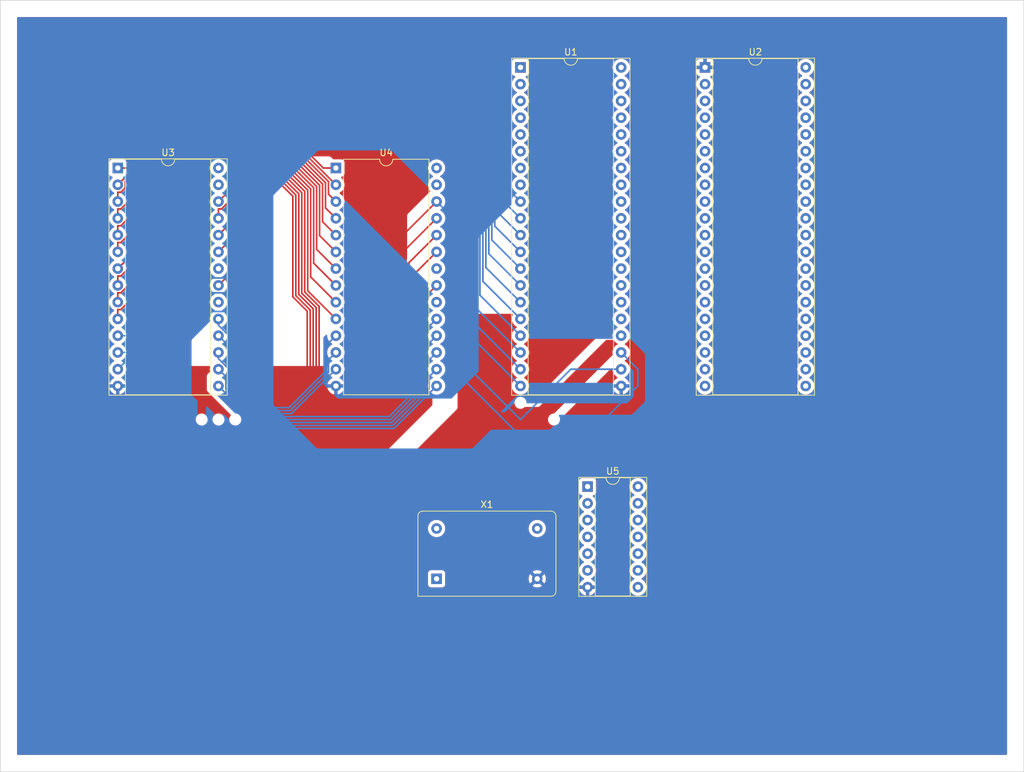
<source format=kicad_pcb>
(kicad_pcb (version 20211014) (generator pcbnew)
  (layers (0 "F.Cu" signal) (31 "B.Cu" signal) (34 "B.Paste" user) (35 "F.Paste" user) (36 "B.SilkS" user "B.Silkscreen") (37 "F.SilkS" user "F.Silkscreen") (38 "B.Mask" user) (39 "F.Mask" user) (44 "Edge.Cuts" user))
  (net 0 "")
  (net 2 "VCC")
  (net 6 "GND")
  (net 7 "R{slash}W")
  (net 8 "CLK")
  (net 9 "RAM_CS")
  (net 36 "ROM_CS")
  (net 39 "/A1")
  (net 40 "/A2")
  (net 41 "/A3")
  (net 42 "/A4")
  (net 43 "/A5")
  (net 44 "/A6")
  (net 45 "/A7")
  (net 46 "/A8")
  (net 47 "/A9")
  (net 48 "/A10")
  (net 49 "/A11")
  (net 50 "/A12")
  (net 51 "/A13")
  (net 52 "/A14")
  (net 53 "/D0")
  (net 54 "/D1")
  (net 55 "/D2")
  (net 56 "/D3")
  (net 57 "/D4")
  (net 58 "/D5")
  (net 59 "/D6")
  (net 60 "/D7")
  (net 61 "/A15")
  (net 64 "/A0")
  (net 78 "Net-(U5-Pad12)")
  (footprint "Package_DIP:DIP-28_W15.24mm_Socket" (layer "F.Cu") (at 48.26 50.8)
    (fp_text reference "U3" (at 7.62 -2.33) (layer "F.SilkS"))
    (fp_text value "28C256")
    (fp_line (start 16.57 -1.39) (end -1.33 -1.39) (layer "F.SilkS") (width 0.12))
    (fp_line (start -1.33 -1.39) (end -1.33 34.41) (layer "F.SilkS") (width 0.12))
    (fp_line (start 1.16 34.35) (end 14.08 34.35) (layer "F.SilkS") (width 0.12))
    (fp_line (start 6.62 -1.33) (end 1.16 -1.33) (layer "F.SilkS") (width 0.12))
    (fp_line (start -1.33 34.41) (end 16.57 34.41) (layer "F.SilkS") (width 0.12))
    (fp_line (start 14.08 -1.33) (end 8.62 -1.33) (layer "F.SilkS") (width 0.12))
    (fp_line (start 1.16 -1.33) (end 1.16 34.35) (layer "F.SilkS") (width 0.12))
    (fp_line (start 16.57 34.41) (end 16.57 -1.39) (layer "F.SilkS") (width 0.12))
    (fp_line (start 14.08 34.35) (end 14.08 -1.33) (layer "F.SilkS") (width 0.12))
    (fp_arc (start 8.62 -1.33) (mid 7.62 -0.33) (end 6.62 -1.33) (layer "F.SilkS") (width 0.12))
    (pad "1" thru_hole rect (at 0 0) (size 1.6 1.6) (drill 0.8) (layers *.Cu *.Mask) (net 52 "/A14"))
    (pad "2" thru_hole oval (at 0 2.54) (size 1.6 1.6) (drill 0.8) (layers *.Cu *.Mask) (net 50 "/A12"))
    (pad "3" thru_hole oval (at 0 5.08) (size 1.6 1.6) (drill 0.8) (layers *.Cu *.Mask) (net 45 "/A7"))
    (pad "4" thru_hole oval (at 0 7.62) (size 1.6 1.6) (drill 0.8) (layers *.Cu *.Mask) (net 44 "/A6"))
    (pad "5" thru_hole oval (at 0 10.16) (size 1.6 1.6) (drill 0.8) (layers *.Cu *.Mask) (net 43 "/A5"))
    (pad "6" thru_hole oval (at 0 12.7) (size 1.6 1.6) (drill 0.8) (layers *.Cu *.Mask) (net 42 "/A4"))
    (pad "7" thru_hole oval (at 0 15.24) (size 1.6 1.6) (drill 0.8) (layers *.Cu *.Mask) (net 41 "/A3"))
    (pad "8" thru_hole oval (at 0 17.78) (size 1.6 1.6) (drill 0.8) (layers *.Cu *.Mask) (net 40 "/A2"))
    (pad "9" thru_hole oval (at 0 20.32) (size 1.6 1.6) (drill 0.8) (layers *.Cu *.Mask) (net 39 "/A1"))
    (pad "10" thru_hole oval (at 0 22.86) (size 1.6 1.6) (drill 0.8) (layers *.Cu *.Mask) (net 64 "/A0"))
    (pad "11" thru_hole oval (at 0 25.4) (size 1.6 1.6) (drill 0.8) (layers *.Cu *.Mask) (net 53 "/D0"))
    (pad "12" thru_hole oval (at 0 27.94) (size 1.6 1.6) (drill 0.8) (layers *.Cu *.Mask) (net 54 "/D1"))
    (pad "13" thru_hole oval (at 0 30.48) (size 1.6 1.6) (drill 0.8) (layers *.Cu *.Mask) (net 55 "/D2"))
    (pad "14" thru_hole oval (at 0 33.02) (size 1.6 1.6) (drill 0.8) (layers *.Cu *.Mask) (net 6 "GND"))
    (pad "15" thru_hole oval (at 15.24 33.02) (size 1.6 1.6) (drill 0.8) (layers *.Cu *.Mask) (net 56 "/D3"))
    (pad "16" thru_hole oval (at 15.24 30.48) (size 1.6 1.6) (drill 0.8) (layers *.Cu *.Mask) (net 57 "/D4"))
    (pad "17" thru_hole oval (at 15.24 27.94) (size 1.6 1.6) (drill 0.8) (layers *.Cu *.Mask) (net 58 "/D5"))
    (pad "18" thru_hole oval (at 15.24 25.4) (size 1.6 1.6) (drill 0.8) (layers *.Cu *.Mask) (net 59 "/D6"))
    (pad "19" thru_hole oval (at 15.24 22.86) (size 1.6 1.6) (drill 0.8) (layers *.Cu *.Mask) (net 60 "/D7"))
    (pad "20" thru_hole oval (at 15.24 20.32) (size 1.6 1.6) (drill 0.8) (layers *.Cu *.Mask) (net 36 "ROM_CS"))
    (pad "21" thru_hole oval (at 15.24 17.78) (size 1.6 1.6) (drill 0.8) (layers *.Cu *.Mask) (net 48 "/A10"))
    (pad "22" thru_hole oval (at 15.24 15.24) (size 1.6 1.6) (drill 0.8) (layers *.Cu *.Mask))
    (pad "23" thru_hole oval (at 15.24 12.7) (size 1.6 1.6) (drill 0.8) (layers *.Cu *.Mask) (net 49 "/A11"))
    (pad "24" thru_hole oval (at 15.24 10.16) (size 1.6 1.6) (drill 0.8) (layers *.Cu *.Mask) (net 47 "/A9"))
    (pad "25" thru_hole oval (at 15.24 7.62) (size 1.6 1.6) (drill 0.8) (layers *.Cu *.Mask) (net 46 "/A8"))
    (pad "26" thru_hole oval (at 15.24 5.08) (size 1.6 1.6) (drill 0.8) (layers *.Cu *.Mask) (net 51 "/A13"))
    (pad "27" thru_hole oval (at 15.24 2.54) (size 1.6 1.6) (drill 0.8) (layers *.Cu *.Mask) (net 2 "VCC"))
    (pad "28" thru_hole oval (at 15.24 0) (size 1.6 1.6) (drill 0.8) (layers *.Cu *.Mask) (net 2 "VCC"))
  )
  (footprint "Package_DIP:DIP-40_W15.24mm_Socket" (layer "F.Cu") (at 109.22 35.56)
    (fp_text reference "U1" (at 7.62 -2.33) (layer "F.SilkS"))
    (fp_text value "W65C02SxP")
    (fp_line (start 1.16 49.59) (end 14.08 49.59) (layer "F.SilkS") (width 0.12))
    (fp_line (start 14.08 -1.33) (end 8.62 -1.33) (layer "F.SilkS") (width 0.12))
    (fp_line (start 1.16 -1.33) (end 1.16 49.59) (layer "F.SilkS") (width 0.12))
    (fp_line (start 14.08 49.59) (end 14.08 -1.33) (layer "F.SilkS") (width 0.12))
    (fp_line (start 16.57 -1.39) (end -1.33 -1.39) (layer "F.SilkS") (width 0.12))
    (fp_line (start -1.33 -1.39) (end -1.33 49.65) (layer "F.SilkS") (width 0.12))
    (fp_line (start 16.57 49.65) (end 16.57 -1.39) (layer "F.SilkS") (width 0.12))
    (fp_line (start -1.33 49.65) (end 16.57 49.65) (layer "F.SilkS") (width 0.12))
    (fp_line (start 6.62 -1.33) (end 1.16 -1.33) (layer "F.SilkS") (width 0.12))
    (fp_arc (start 8.62 -1.33) (mid 7.62 -0.33) (end 6.62 -1.33) (layer "F.SilkS") (width 0.12))
    (pad "1" thru_hole rect locked (at 0 0) (size 1.6 1.6) (drill 0.8) (layers *.Cu *.Mask))
    (pad "2" thru_hole oval locked (at 0 2.54) (size 1.6 1.6) (drill 0.8) (layers *.Cu *.Mask))
    (pad "3" thru_hole oval locked (at 0 5.08) (size 1.6 1.6) (drill 0.8) (layers *.Cu *.Mask))
    (pad "4" thru_hole oval locked (at 0 7.62) (size 1.6 1.6) (drill 0.8) (layers *.Cu *.Mask))
    (pad "5" thru_hole oval locked (at 0 10.16) (size 1.6 1.6) (drill 0.8) (layers *.Cu *.Mask))
    (pad "6" thru_hole oval locked (at 0 12.7) (size 1.6 1.6) (drill 0.8) (layers *.Cu *.Mask) (net 2 "VCC"))
    (pad "7" thru_hole oval locked (at 0 15.24) (size 1.6 1.6) (drill 0.8) (layers *.Cu *.Mask))
    (pad "8" thru_hole oval locked (at 0 17.78) (size 1.6 1.6) (drill 0.8) (layers *.Cu *.Mask) (net 2 "VCC"))
    (pad "9" thru_hole oval locked (at 0 20.32) (size 1.6 1.6) (drill 0.8) (layers *.Cu *.Mask) (net 64 "/A0"))
    (pad "10" thru_hole oval locked (at 0 22.86) (size 1.6 1.6) (drill 0.8) (layers *.Cu *.Mask) (net 39 "/A1"))
    (pad "11" thru_hole oval locked (at 0 25.4) (size 1.6 1.6) (drill 0.8) (layers *.Cu *.Mask) (net 40 "/A2"))
    (pad "12" thru_hole oval locked (at 0 27.94) (size 1.6 1.6) (drill 0.8) (layers *.Cu *.Mask) (net 41 "/A3"))
    (pad "13" thru_hole oval locked (at 0 30.48) (size 1.6 1.6) (drill 0.8) (layers *.Cu *.Mask) (net 42 "/A4"))
    (pad "14" thru_hole oval locked (at 0 33.02) (size 1.6 1.6) (drill 0.8) (layers *.Cu *.Mask) (net 43 "/A5"))
    (pad "15" thru_hole oval locked (at 0 35.56) (size 1.6 1.6) (drill 0.8) (layers *.Cu *.Mask) (net 44 "/A6"))
    (pad "16" thru_hole oval locked (at 0 38.1) (size 1.6 1.6) (drill 0.8) (layers *.Cu *.Mask) (net 45 "/A7"))
    (pad "17" thru_hole oval locked (at 0 40.64) (size 1.6 1.6) (drill 0.8) (layers *.Cu *.Mask) (net 46 "/A8"))
    (pad "18" thru_hole oval locked (at 0 43.18) (size 1.6 1.6) (drill 0.8) (layers *.Cu *.Mask) (net 47 "/A9"))
    (pad "19" thru_hole oval locked (at 0 45.72) (size 1.6 1.6) (drill 0.8) (layers *.Cu *.Mask) (net 48 "/A10"))
    (pad "20" thru_hole oval locked (at 0 48.26) (size 1.6 1.6) (drill 0.8) (layers *.Cu *.Mask) (net 49 "/A11"))
    (pad "21" thru_hole oval locked (at 15.24 48.26) (size 1.6 1.6) (drill 0.8) (layers *.Cu *.Mask) (net 6 "GND"))
    (pad "22" thru_hole oval locked (at 15.24 45.72) (size 1.6 1.6) (drill 0.8) (layers *.Cu *.Mask) (net 50 "/A12"))
    (pad "23" thru_hole oval locked (at 15.24 43.18) (size 1.6 1.6) (drill 0.8) (layers *.Cu *.Mask) (net 51 "/A13"))
    (pad "24" thru_hole oval locked (at 15.24 40.64) (size 1.6 1.6) (drill 0.8) (layers *.Cu *.Mask) (net 52 "/A14"))
    (pad "25" thru_hole oval locked (at 15.24 38.1) (size 1.6 1.6) (drill 0.8) (layers *.Cu *.Mask) (net 61 "/A15"))
    (pad "26" thru_hole oval locked (at 15.24 35.56) (size 1.6 1.6) (drill 0.8) (layers *.Cu *.Mask) (net 60 "/D7"))
    (pad "27" thru_hole oval locked (at 15.24 33.02) (size 1.6 1.6) (drill 0.8) (layers *.Cu *.Mask) (net 59 "/D6"))
    (pad "28" thru_hole oval locked (at 15.24 30.48) (size 1.6 1.6) (drill 0.8) (layers *.Cu *.Mask) (net 58 "/D5"))
    (pad "29" thru_hole oval locked (at 15.24 27.94) (size 1.6 1.6) (drill 0.8) (layers *.Cu *.Mask) (net 57 "/D4"))
    (pad "30" thru_hole oval locked (at 15.24 25.4) (size 1.6 1.6) (drill 0.8) (layers *.Cu *.Mask) (net 56 "/D3"))
    (pad "31" thru_hole oval locked (at 15.24 22.86) (size 1.6 1.6) (drill 0.8) (layers *.Cu *.Mask) (net 55 "/D2"))
    (pad "32" thru_hole oval locked (at 15.24 20.32) (size 1.6 1.6) (drill 0.8) (layers *.Cu *.Mask) (net 54 "/D1"))
    (pad "33" thru_hole oval locked (at 15.24 17.78) (size 1.6 1.6) (drill 0.8) (layers *.Cu *.Mask) (net 53 "/D0"))
    (pad "34" thru_hole oval locked (at 15.24 15.24) (size 1.6 1.6) (drill 0.8) (layers *.Cu *.Mask) (net 7 "R{slash}W"))
    (pad "35" thru_hole oval locked (at 15.24 12.7) (size 1.6 1.6) (drill 0.8) (layers *.Cu *.Mask))
    (pad "36" thru_hole oval locked (at 15.24 10.16) (size 1.6 1.6) (drill 0.8) (layers *.Cu *.Mask) (net 2 "VCC"))
    (pad "37" thru_hole oval locked (at 15.24 7.62) (size 1.6 1.6) (drill 0.8) (layers *.Cu *.Mask) (net 8 "CLK"))
    (pad "38" thru_hole oval locked (at 15.24 5.08) (size 1.6 1.6) (drill 0.8) (layers *.Cu *.Mask))
    (pad "39" thru_hole oval locked (at 15.24 2.54) (size 1.6 1.6) (drill 0.8) (layers *.Cu *.Mask))
    (pad "40" thru_hole oval locked (at 15.24 0) (size 1.6 1.6) (drill 0.8) (layers *.Cu *.Mask))
  )
  (footprint "Oscillator:Oscillator_DIP-14" (layer "F.Cu") (at 96.52 113.03)
    (fp_text reference "X1" (at 7.62 -11.26) (layer "F.SilkS"))
    (fp_text value "ACO-xxxMHz")
    (fp_line (start 17.32 -10.26) (end -2.08 -10.26) (layer "F.SilkS") (width 0.12))
    (fp_line (start 18.07 1.89) (end 18.07 -9.51) (layer "F.SilkS") (width 0.12))
    (fp_line (start -2.83 2.64) (end 17.32 2.64) (layer "F.SilkS") (width 0.12))
    (fp_line (start -2.83 -9.51) (end -2.83 2.64) (layer "F.SilkS") (width 0.12))
    (fp_arc (start -2.83 -9.51) (mid -2.61033 -10.04033) (end -2.08 -10.26) (layer "F.SilkS") (width 0.12))
    (fp_arc (start 17.32 -10.26) (mid 17.85033 -10.04033) (end 18.07 -9.51) (layer "F.SilkS") (width 0.12))
    (fp_arc (start 18.07 1.89) (mid 17.85033 2.42033) (end 17.32 2.64) (layer "F.SilkS") (width 0.12))
    (pad "1" thru_hole rect locked (at 0 0) (size 1.6 1.6) (drill 0.8) (layers *.Cu *.Mask))
    (pad "7" thru_hole circle locked (at 15.24 0) (size 1.6 1.6) (drill 0.8) (layers *.Cu *.Mask) (net 6 "GND"))
    (pad "8" thru_hole circle locked (at 15.24 -7.62) (size 1.6 1.6) (drill 0.8) (layers *.Cu *.Mask) (net 8 "CLK"))
    (pad "14" thru_hole circle locked (at 0 -7.62) (size 1.6 1.6) (drill 0.8) (layers *.Cu *.Mask) (net 2 "VCC"))
  )
  (footprint "Package_DIP:DIP-40_W15.24mm_Socket" (layer "F.Cu") (at 137.16 35.56)
    (fp_text reference "U2" (at 7.62 -2.33) (layer "F.SilkS"))
    (fp_text value "W65C22SxP")
    (fp_line (start 14.08 49.59) (end 14.08 -1.33) (layer "F.SilkS") (width 0.12))
    (fp_line (start 14.08 -1.33) (end 8.62 -1.33) (layer "F.SilkS") (width 0.12))
    (fp_line (start 1.16 -1.33) (end 1.16 49.59) (layer "F.SilkS") (width 0.12))
    (fp_line (start -1.33 49.65) (end 16.57 49.65) (layer "F.SilkS") (width 0.12))
    (fp_line (start 16.57 -1.39) (end -1.33 -1.39) (layer "F.SilkS") (width 0.12))
    (fp_line (start -1.33 -1.39) (end -1.33 49.65) (layer "F.SilkS") (width 0.12))
    (fp_line (start 6.62 -1.33) (end 1.16 -1.33) (layer "F.SilkS") (width 0.12))
    (fp_line (start 16.57 49.65) (end 16.57 -1.39) (layer "F.SilkS") (width 0.12))
    (fp_line (start 1.16 49.59) (end 14.08 49.59) (layer "F.SilkS") (width 0.12))
    (fp_arc (start 8.62 -1.33) (mid 7.62 -0.33) (end 6.62 -1.33) (layer "F.SilkS") (width 0.12))
    (pad "1" thru_hole rect locked (at 0 0) (size 1.6 1.6) (drill 0.8) (layers *.Cu *.Mask) (net 6 "GND"))
    (pad "2" thru_hole oval locked (at 0 2.54) (size 1.6 1.6) (drill 0.8) (layers *.Cu *.Mask))
    (pad "3" thru_hole oval locked (at 0 5.08) (size 1.6 1.6) (drill 0.8) (layers *.Cu *.Mask))
    (pad "4" thru_hole oval locked (at 0 7.62) (size 1.6 1.6) (drill 0.8) (layers *.Cu *.Mask))
    (pad "5" thru_hole oval locked (at 0 10.16) (size 1.6 1.6) (drill 0.8) (layers *.Cu *.Mask))
    (pad "6" thru_hole oval locked (at 0 12.7) (size 1.6 1.6) (drill 0.8) (layers *.Cu *.Mask))
    (pad "7" thru_hole oval locked (at 0 15.24) (size 1.6 1.6) (drill 0.8) (layers *.Cu *.Mask))
    (pad "8" thru_hole oval locked (at 0 17.78) (size 1.6 1.6) (drill 0.8) (layers *.Cu *.Mask))
    (pad "9" thru_hole oval locked (at 0 20.32) (size 1.6 1.6) (drill 0.8) (layers *.Cu *.Mask))
    (pad "10" thru_hole oval locked (at 0 22.86) (size 1.6 1.6) (drill 0.8) (layers *.Cu *.Mask))
    (pad "11" thru_hole oval locked (at 0 25.4) (size 1.6 1.6) (drill 0.8) (layers *.Cu *.Mask))
    (pad "12" thru_hole oval locked (at 0 27.94) (size 1.6 1.6) (drill 0.8) (layers *.Cu *.Mask))
    (pad "13" thru_hole oval locked (at 0 30.48) (size 1.6 1.6) (drill 0.8) (layers *.Cu *.Mask))
    (pad "14" thru_hole oval locked (at 0 33.02) (size 1.6 1.6) (drill 0.8) (layers *.Cu *.Mask))
    (pad "15" thru_hole oval locked (at 0 35.56) (size 1.6 1.6) (drill 0.8) (layers *.Cu *.Mask))
    (pad "16" thru_hole oval locked (at 0 38.1) (size 1.6 1.6) (drill 0.8) (layers *.Cu *.Mask))
    (pad "17" thru_hole oval locked (at 0 40.64) (size 1.6 1.6) (drill 0.8) (layers *.Cu *.Mask))
    (pad "18" thru_hole oval locked (at 0 43.18) (size 1.6 1.6) (drill 0.8) (layers *.Cu *.Mask))
    (pad "19" thru_hole oval locked (at 0 45.72) (size 1.6 1.6) (drill 0.8) (layers *.Cu *.Mask))
    (pad "20" thru_hole oval locked (at 0 48.26) (size 1.6 1.6) (drill 0.8) (layers *.Cu *.Mask) (net 2 "VCC"))
    (pad "21" thru_hole oval locked (at 15.24 48.26) (size 1.6 1.6) (drill 0.8) (layers *.Cu *.Mask))
    (pad "22" thru_hole oval locked (at 15.24 45.72) (size 1.6 1.6) (drill 0.8) (layers *.Cu *.Mask))
    (pad "23" thru_hole oval locked (at 15.24 43.18) (size 1.6 1.6) (drill 0.8) (layers *.Cu *.Mask))
    (pad "24" thru_hole oval locked (at 15.24 40.64) (size 1.6 1.6) (drill 0.8) (layers *.Cu *.Mask))
    (pad "25" thru_hole oval locked (at 15.24 38.1) (size 1.6 1.6) (drill 0.8) (layers *.Cu *.Mask) (net 8 "CLK"))
    (pad "26" thru_hole oval locked (at 15.24 35.56) (size 1.6 1.6) (drill 0.8) (layers *.Cu *.Mask) (net 60 "/D7"))
    (pad "27" thru_hole oval locked (at 15.24 33.02) (size 1.6 1.6) (drill 0.8) (layers *.Cu *.Mask) (net 59 "/D6"))
    (pad "28" thru_hole oval locked (at 15.24 30.48) (size 1.6 1.6) (drill 0.8) (layers *.Cu *.Mask) (net 58 "/D5"))
    (pad "29" thru_hole oval locked (at 15.24 27.94) (size 1.6 1.6) (drill 0.8) (layers *.Cu *.Mask) (net 57 "/D4"))
    (pad "30" thru_hole oval locked (at 15.24 25.4) (size 1.6 1.6) (drill 0.8) (layers *.Cu *.Mask) (net 56 "/D3"))
    (pad "31" thru_hole oval locked (at 15.24 22.86) (size 1.6 1.6) (drill 0.8) (layers *.Cu *.Mask) (net 55 "/D2"))
    (pad "32" thru_hole oval locked (at 15.24 20.32) (size 1.6 1.6) (drill 0.8) (layers *.Cu *.Mask) (net 54 "/D1"))
    (pad "33" thru_hole oval locked (at 15.24 17.78) (size 1.6 1.6) (drill 0.8) (layers *.Cu *.Mask) (net 53 "/D0"))
    (pad "34" thru_hole oval locked (at 15.24 15.24) (size 1.6 1.6) (drill 0.8) (layers *.Cu *.Mask))
    (pad "35" thru_hole oval locked (at 15.24 12.7) (size 1.6 1.6) (drill 0.8) (layers *.Cu *.Mask))
    (pad "36" thru_hole oval locked (at 15.24 10.16) (size 1.6 1.6) (drill 0.8) (layers *.Cu *.Mask))
    (pad "37" thru_hole oval locked (at 15.24 7.62) (size 1.6 1.6) (drill 0.8) (layers *.Cu *.Mask))
    (pad "38" thru_hole oval locked (at 15.24 5.08) (size 1.6 1.6) (drill 0.8) (layers *.Cu *.Mask))
    (pad "39" thru_hole oval locked (at 15.24 2.54) (size 1.6 1.6) (drill 0.8) (layers *.Cu *.Mask))
    (pad "40" thru_hole oval locked (at 15.24 0) (size 1.6 1.6) (drill 0.8) (layers *.Cu *.Mask))
  )
  (footprint "Package_DIP:DIP-28_W15.24mm" (layer "F.Cu") (at 81.28 50.8)
    (fp_text reference "U4" (at 7.62 -2.33) (layer "F.SilkS"))
    (fp_text value "CY62256-70PC")
    (fp_line (start 14.08 34.35) (end 14.08 -1.33) (layer "F.SilkS") (width 0.12))
    (fp_line (start 1.16 34.35) (end 14.08 34.35) (layer "F.SilkS") (width 0.12))
    (fp_line (start 6.62 -1.33) (end 1.16 -1.33) (layer "F.SilkS") (width 0.12))
    (fp_line (start 1.16 -1.33) (end 1.16 34.35) (layer "F.SilkS") (width 0.12))
    (fp_line (start 14.08 -1.33) (end 8.62 -1.33) (layer "F.SilkS") (width 0.12))
    (fp_arc (start 8.62 -1.33) (mid 7.62 -0.33) (end 6.62 -1.33) (layer "F.SilkS") (width 0.12))
    (pad "1" thru_hole rect locked (at 0 0) (size 1.6 1.6) (drill 0.8) (layers *.Cu *.Mask) (net 52 "/A14"))
    (pad "2" thru_hole oval locked (at 0 2.54) (size 1.6 1.6) (drill 0.8) (layers *.Cu *.Mask) (net 50 "/A12"))
    (pad "3" thru_hole oval locked (at 0 5.08) (size 1.6 1.6) (drill 0.8) (layers *.Cu *.Mask) (net 45 "/A7"))
    (pad "4" thru_hole oval locked (at 0 7.62) (size 1.6 1.6) (drill 0.8) (layers *.Cu *.Mask) (net 44 "/A6"))
    (pad "5" thru_hole oval locked (at 0 10.16) (size 1.6 1.6) (drill 0.8) (layers *.Cu *.Mask) (net 43 "/A5"))
    (pad "6" thru_hole oval locked (at 0 12.7) (size 1.6 1.6) (drill 0.8) (layers *.Cu *.Mask) (net 42 "/A4"))
    (pad "7" thru_hole oval locked (at 0 15.24) (size 1.6 1.6) (drill 0.8) (layers *.Cu *.Mask) (net 41 "/A3"))
    (pad "8" thru_hole oval locked (at 0 17.78) (size 1.6 1.6) (drill 0.8) (layers *.Cu *.Mask) (net 40 "/A2"))
    (pad "9" thru_hole oval locked (at 0 20.32) (size 1.6 1.6) (drill 0.8) (layers *.Cu *.Mask) (net 39 "/A1"))
    (pad "10" thru_hole oval locked (at 0 22.86) (size 1.6 1.6) (drill 0.8) (layers *.Cu *.Mask) (net 64 "/A0"))
    (pad "11" thru_hole oval locked (at 0 25.4) (size 1.6 1.6) (drill 0.8) (layers *.Cu *.Mask) (net 53 "/D0"))
    (pad "12" thru_hole oval locked (at 0 27.94) (size 1.6 1.6) (drill 0.8) (layers *.Cu *.Mask) (net 54 "/D1"))
    (pad "13" thru_hole oval locked (at 0 30.48) (size 1.6 1.6) (drill 0.8) (layers *.Cu *.Mask) (net 55 "/D2"))
    (pad "14" thru_hole oval locked (at 0 33.02) (size 1.6 1.6) (drill 0.8) (layers *.Cu *.Mask) (net 6 "GND"))
    (pad "15" thru_hole oval locked (at 15.24 33.02) (size 1.6 1.6) (drill 0.8) (layers *.Cu *.Mask) (net 56 "/D3"))
    (pad "16" thru_hole oval locked (at 15.24 30.48) (size 1.6 1.6) (drill 0.8) (layers *.Cu *.Mask) (net 57 "/D4"))
    (pad "17" thru_hole oval locked (at 15.24 27.94) (size 1.6 1.6) (drill 0.8) (layers *.Cu *.Mask) (net 58 "/D5"))
    (pad "18" thru_hole oval locked (at 15.24 25.4) (size 1.6 1.6) (drill 0.8) (layers *.Cu *.Mask) (net 59 "/D6"))
    (pad "19" thru_hole oval locked (at 15.24 22.86) (size 1.6 1.6) (drill 0.8) (layers *.Cu *.Mask) (net 60 "/D7"))
    (pad "20" thru_hole oval locked (at 15.24 20.32) (size 1.6 1.6) (drill 0.8) (layers *.Cu *.Mask) (net 9 "RAM_CS"))
    (pad "21" thru_hole oval locked (at 15.24 17.78) (size 1.6 1.6) (drill 0.8) (layers *.Cu *.Mask) (net 48 "/A10"))
    (pad "22" thru_hole oval locked (at 15.24 15.24) (size 1.6 1.6) (drill 0.8) (layers *.Cu *.Mask))
    (pad "23" thru_hole oval locked (at 15.24 12.7) (size 1.6 1.6) (drill 0.8) (layers *.Cu *.Mask) (net 49 "/A11"))
    (pad "24" thru_hole oval locked (at 15.24 10.16) (size 1.6 1.6) (drill 0.8) (layers *.Cu *.Mask) (net 47 "/A9"))
    (pad "25" thru_hole oval locked (at 15.24 7.62) (size 1.6 1.6) (drill 0.8) (layers *.Cu *.Mask) (net 46 "/A8"))
    (pad "26" thru_hole oval locked (at 15.24 5.08) (size 1.6 1.6) (drill 0.8) (layers *.Cu *.Mask) (net 51 "/A13"))
    (pad "27" thru_hole oval locked (at 15.24 2.54) (size 1.6 1.6) (drill 0.8) (layers *.Cu *.Mask) (net 7 "R{slash}W"))
    (pad "28" thru_hole oval locked (at 15.24 0) (size 1.6 1.6) (drill 0.8) (layers *.Cu *.Mask) (net 2 "VCC"))
  )
  (footprint "Package_DIP:DIP-14_W7.62mm_Socket" (layer "F.Cu") (at 119.38 99.055)
    (fp_text reference "U5" (at 3.81 -2.33) (layer "F.SilkS"))
    (fp_text value "74HC00")
    (fp_line (start 6.46 -1.33) (end 4.81 -1.33) (layer "F.SilkS") (width 0.12))
    (fp_line (start -1.33 -1.39) (end -1.33 16.63) (layer "F.SilkS") (width 0.12))
    (fp_line (start -1.33 16.63) (end 8.95 16.63) (layer "F.SilkS") (width 0.12))
    (fp_line (start 1.16 16.57) (end 6.46 16.57) (layer "F.SilkS") (width 0.12))
    (fp_line (start 6.46 16.57) (end 6.46 -1.33) (layer "F.SilkS") (width 0.12))
    (fp_line (start 1.16 -1.33) (end 1.16 16.57) (layer "F.SilkS") (width 0.12))
    (fp_line (start 2.81 -1.33) (end 1.16 -1.33) (layer "F.SilkS") (width 0.12))
    (fp_line (start 8.95 -1.39) (end -1.33 -1.39) (layer "F.SilkS") (width 0.12))
    (fp_line (start 8.95 16.63) (end 8.95 -1.39) (layer "F.SilkS") (width 0.12))
    (fp_arc (start 4.81 -1.33) (mid 3.81 -0.33) (end 2.81 -1.33) (layer "F.SilkS") (width 0.12))
    (pad "1" thru_hole rect (at 0 0) (size 1.6 1.6) (drill 0.8) (layers *.Cu *.Mask))
    (pad "2" thru_hole oval (at 0 2.54) (size 1.6 1.6) (drill 0.8) (layers *.Cu *.Mask))
    (pad "3" thru_hole oval (at 0 5.08) (size 1.6 1.6) (drill 0.8) (layers *.Cu *.Mask))
    (pad "4" thru_hole oval (at 0 7.62) (size 1.6 1.6) (drill 0.8) (layers *.Cu *.Mask))
    (pad "5" thru_hole oval (at 0 10.16) (size 1.6 1.6) (drill 0.8) (layers *.Cu *.Mask) (net 36 "ROM_CS"))
    (pad "6" thru_hole oval (at 0 12.7) (size 1.6 1.6) (drill 0.8) (layers *.Cu *.Mask))
    (pad "7" thru_hole oval (at 0 15.24) (size 1.6 1.6) (drill 0.8) (layers *.Cu *.Mask) (net 6 "GND"))
    (pad "8" thru_hole oval (at 7.62 15.24) (size 1.6 1.6) (drill 0.8) (layers *.Cu *.Mask) (net 9 "RAM_CS"))
    (pad "9" thru_hole oval (at 7.62 12.7) (size 1.6 1.6) (drill 0.8) (layers *.Cu *.Mask) (net 8 "CLK"))
    (pad "10" thru_hole oval (at 7.62 10.16) (size 1.6 1.6) (drill 0.8) (layers *.Cu *.Mask) (net 36 "ROM_CS"))
    (pad "11" thru_hole oval (at 7.62 7.62) (size 1.6 1.6) (drill 0.8) (layers *.Cu *.Mask) (net 36 "ROM_CS"))
    (pad "12" thru_hole oval (at 7.62 5.08) (size 1.6 1.6) (drill 0.8) (layers *.Cu *.Mask) (net 78 "Net-(U5-Pad12)"))
    (pad "13" thru_hole oval (at 7.62 2.54) (size 1.6 1.6) (drill 0.8) (layers *.Cu *.Mask) (net 78 "Net-(U5-Pad12)"))
    (pad "14" thru_hole oval (at 7.62 0) (size 1.6 1.6) (drill 0.8) (layers *.Cu *.Mask) (net 2 "VCC"))
  )
  (gr_rect (start 185.42 142.24) (end 30.48 25.4) (layer "Edge.Cuts") (width 0.1) (fill none))
  (segment (start 48.725789 69.704511) (end 52.081631 66.348669) (width 0.25) (layer "F.Cu") (net 39))
  (segment (start 71.300454 47.81048) (end 77.458369 53.968395) (width 0.25) (layer "F.Cu") (net 39))
  (segment (start 48.26 69.704511) (end 48.725789 69.704511) (width 0.25) (layer "F.Cu") (net 39))
  (segment (start 77.458369 67.298369) (end 81.28 71.12) (width 0.25) (layer "F.Cu") (net 39))
  (segment (start 52.081631 66.348669) (end 52.081631 53.968395) (width 0.25) (layer "F.Cu") (net 39))
  (segment (start 52.081631 53.968395) (end 58.239547 47.81048) (width 0.25) (layer "F.Cu") (net 39))
  (segment (start 77.458369 53.968395) (end 77.458369 67.298369) (width 0.25) (layer "F.Cu") (net 39))
  (segment (start 48.26 71.12) (end 48.26 69.704511) (width 0.25) (layer "F.Cu") (net 39))
  (segment (start 58.239547 47.81048) (end 71.300454 47.81048) (width 0.25) (layer "F.Cu") (net 39))
  (segment (start 106.23048 35.746198) (end 101.095943 30.611661) (width 0.25) (layer "B.Cu") (net 39))
  (segment (start 94.111662 30.611661) (end 93.98 30.48) (width 0.25) (layer "B.Cu") (net 39))
  (segment (start 109.22 58.42) (end 106.23048 55.43048) (width 0.25) (layer "B.Cu") (net 39))
  (segment (start 106.23048 55.43048) (end 106.23048 35.746198) (width 0.25) (layer "B.Cu") (net 39))
  (segment (start 101.095943 30.611661) (end 94.111662 30.611661) (width 0.25) (layer "B.Cu") (net 39))
  (segment (start 58.05335 47.36096) (end 71.486652 47.36096) (width 0.25) (layer "F.Cu") (net 40))
  (segment (start 77.907889 53.782197) (end 77.907889 65.207889) (width 0.25) (layer "F.Cu") (net 40))
  (segment (start 51.632111 64.258189) (end 51.632111 53.782197) (width 0.25) (layer "F.Cu") (net 40))
  (segment (start 48.26 68.58) (end 48.26 67.164511) (width 0.25) (layer "F.Cu") (net 40))
  (segment (start 48.26 67.164511) (end 48.725789 67.164511) (width 0.25) (layer "F.Cu") (net 40))
  (segment (start 51.632111 53.782197) (end 58.05335 47.36096) (width 0.25) (layer "F.Cu") (net 40))
  (segment (start 77.907889 65.207889) (end 81.28 68.58) (width 0.25) (layer "F.Cu") (net 40))
  (segment (start 71.486652 47.36096) (end 77.907889 53.782197) (width 0.25) (layer "F.Cu") (net 40))
  (segment (start 48.725789 67.164511) (end 51.632111 64.258189) (width 0.25) (layer "F.Cu") (net 40))
  (segment (start 86.941181 31.061181) (end 86.36 30.48) (width 0.25) (layer "B.Cu") (net 40))
  (segment (start 105.78096 57.52096) (end 105.78096 35.932396) (width 0.25) (layer "B.Cu") (net 40))
  (segment (start 105.78096 35.932396) (end 100.909745 31.061181) (width 0.25) (layer "B.Cu") (net 40))
  (segment (start 100.909745 31.061181) (end 86.941181 31.061181) (width 0.25) (layer "B.Cu") (net 40))
  (segment (start 109.22 60.96) (end 105.78096 57.52096) (width 0.25) (layer "B.Cu") (net 40))
  (segment (start 78.357409 53.595999) (end 78.357409 63.117409) (width 0.25) (layer "F.Cu") (net 41))
  (segment (start 48.26 66.04) (end 51.182591 63.117409) (width 0.25) (layer "F.Cu") (net 41))
  (segment (start 78.357409 63.117409) (end 81.28 66.04) (width 0.25) (layer "F.Cu") (net 41))
  (segment (start 51.182591 63.117409) (end 51.182591 53.595999) (width 0.25) (layer "F.Cu") (net 41))
  (segment (start 71.67285 46.91144) (end 78.357409 53.595999) (width 0.25) (layer "F.Cu") (net 41))
  (segment (start 57.867153 46.91144) (end 71.67285 46.91144) (width 0.25) (layer "F.Cu") (net 41))
  (segment (start 51.182591 53.595999) (end 57.867153 46.91144) (width 0.25) (layer "F.Cu") (net 41))
  (segment (start 105.33144 36.118594) (end 100.723547 31.510701) (width 0.25) (layer "B.Cu") (net 41))
  (segment (start 109.22 63.5) (end 105.33144 59.61144) (width 0.25) (layer "B.Cu") (net 41))
  (segment (start 105.33144 59.61144) (end 105.33144 36.118594) (width 0.25) (layer "B.Cu") (net 41))
  (segment (start 100.723547 31.510701) (end 82.310701 31.510701) (width 0.25) (layer "B.Cu") (net 41))
  (segment (start 82.310701 31.510701) (end 81.28 30.48) (width 0.25) (layer "B.Cu") (net 41))
  (segment (start 78.806929 61.026929) (end 81.28 63.5) (width 0.25) (layer "F.Cu") (net 42))
  (segment (start 71.859048 46.46192) (end 78.806929 53.409801) (width 0.25) (layer "F.Cu") (net 42))
  (segment (start 48.26 62.084511) (end 48.725789 62.084511) (width 0.25) (layer "F.Cu") (net 42))
  (segment (start 78.806929 53.409801) (end 78.806929 61.026929) (width 0.25) (layer "F.Cu") (net 42))
  (segment (start 48.725789 62.084511) (end 50.733071 60.077229) (width 0.25) (layer "F.Cu") (net 42))
  (segment (start 48.26 63.5) (end 48.26 62.084511) (width 0.25) (layer "F.Cu") (net 42))
  (segment (start 50.733071 53.409801) (end 57.680956 46.46192) (width 0.25) (layer "F.Cu") (net 42))
  (segment (start 57.680956 46.46192) (end 71.859048 46.46192) (width 0.25) (layer "F.Cu") (net 42))
  (segment (start 50.733071 60.077229) (end 50.733071 53.409801) (width 0.25) (layer "F.Cu") (net 42))
  (segment (start 104.88192 61.70192) (end 104.88192 36.304792) (width 0.25) (layer "B.Cu") (net 42))
  (segment (start 104.88192 36.304792) (end 100.537349 31.960221) (width 0.25) (layer "B.Cu") (net 42))
  (segment (start 100.537349 31.960221) (end 75.140221 31.960221) (width 0.25) (layer "B.Cu") (net 42))
  (segment (start 75.140221 31.960221) (end 73.66 30.48) (width 0.25) (layer "B.Cu") (net 42))
  (segment (start 109.22 66.04) (end 104.88192 61.70192) (width 0.25) (layer "B.Cu") (net 42))
  (segment (start 48.725789 59.544511) (end 50.283551 57.986749) (width 0.25) (layer "F.Cu") (net 43))
  (segment (start 72.045246 46.0124) (end 79.256449 53.223603) (width 0.25) (layer "F.Cu") (net 43))
  (segment (start 48.26 60.96) (end 48.26 59.544511) (width 0.25) (layer "F.Cu") (net 43))
  (segment (start 48.26 59.544511) (end 48.725789 59.544511) (width 0.25) (layer "F.Cu") (net 43))
  (segment (start 79.256449 58.936449) (end 81.28 60.96) (width 0.25) (layer "F.Cu") (net 43))
  (segment (start 57.494754 46.0124) (end 72.045246 46.0124) (width 0.25) (layer "F.Cu") (net 43))
  (segment (start 50.283551 53.223603) (end 57.494754 46.0124) (width 0.25) (layer "F.Cu") (net 43))
  (segment (start 79.256449 53.223603) (end 79.256449 58.936449) (width 0.25) (layer "F.Cu") (net 43))
  (segment (start 50.283551 57.986749) (end 50.283551 53.223603) (width 0.25) (layer "F.Cu") (net 43))
  (segment (start 74.612141 32.067859) (end 73.66 33.02) (width 0.25) (layer "B.Cu") (net 43))
  (segment (start 100.351151 32.409741) (end 74.954023 32.409741) (width 0.25) (layer "B.Cu") (net 43))
  (segment (start 104.4324 63.7924) (end 104.4324 36.49099) (width 0.25) (layer "B.Cu") (net 43))
  (segment (start 74.954023 32.409741) (end 74.612141 32.067859) (width 0.25) (layer "B.Cu") (net 43))
  (segment (start 109.22 68.58) (end 104.4324 63.7924) (width 0.25) (layer "B.Cu") (net 43))
  (segment (start 104.4324 36.49099) (end 100.351151 32.409741) (width 0.25) (layer "B.Cu") (net 43))
  (segment (start 48.26 58.42) (end 48.26 57.004511) (width 0.25) (layer "F.Cu") (net 44))
  (segment (start 48.26 57.004511) (end 48.725789 57.004511) (width 0.25) (layer "F.Cu") (net 44))
  (segment (start 57.308557 45.56288) (end 72.231444 45.56288) (width 0.25) (layer "F.Cu") (net 44))
  (segment (start 79.705969 56.845969) (end 81.28 58.42) (width 0.25) (layer "F.Cu") (net 44))
  (segment (start 72.231444 45.56288) (end 79.705969 53.037405) (width 0.25) (layer "F.Cu") (net 44))
  (segment (start 79.705969 53.037405) (end 79.705969 56.845969) (width 0.25) (layer "F.Cu") (net 44))
  (segment (start 49.834031 55.896269) (end 49.834031 53.037405) (width 0.25) (layer "F.Cu") (net 44))
  (segment (start 49.834031 53.037405) (end 57.308557 45.56288) (width 0.25) (layer "F.Cu") (net 44))
  (segment (start 48.725789 57.004511) (end 49.834031 55.896269) (width 0.25) (layer "F.Cu") (net 44))
  (segment (start 109.22 71.12) (end 103.98288 65.88288) (width 0.25) (layer "B.Cu") (net 44))
  (segment (start 74.767825 32.859261) (end 72.067086 35.56) (width 0.25) (layer "B.Cu") (net 44))
  (segment (start 103.98288 36.677188) (end 100.164953 32.859261) (width 0.25) (layer "B.Cu") (net 44))
  (segment (start 103.98288 65.88288) (end 103.98288 36.677188) (width 0.25) (layer "B.Cu") (net 44))
  (segment (start 100.164953 32.859261) (end 74.767825 32.859261) (width 0.25) (layer "B.Cu") (net 44))
  (segment (start 72.067086 35.56) (end 66.04 35.56) (width 0.25) (layer "B.Cu") (net 44))
  (segment (start 49.384511 53.805789) (end 49.384511 52.851207) (width 0.25) (layer "F.Cu") (net 45))
  (segment (start 48.725789 54.464511) (end 49.384511 53.805789) (width 0.25) (layer "F.Cu") (net 45))
  (segment (start 48.26 54.464511) (end 48.725789 54.464511) (width 0.25) (layer "F.Cu") (net 45))
  (segment (start 57.12236 45.11336) (end 72.417642 45.11336) (width 0.25) (layer "F.Cu") (net 45))
  (segment (start 49.384511 52.851207) (end 57.12236 45.11336) (width 0.25) (layer "F.Cu") (net 45))
  (segment (start 80.155489 54.755489) (end 81.28 55.88) (width 0.25) (layer "F.Cu") (net 45))
  (segment (start 72.417642 45.11336) (end 80.155489 52.851207) (width 0.25) (layer "F.Cu") (net 45))
  (segment (start 48.26 55.88) (end 48.26 54.464511) (width 0.25) (layer "F.Cu") (net 45))
  (segment (start 80.155489 52.851207) (end 80.155489 54.755489) (width 0.25) (layer "F.Cu") (net 45))
  (segment (start 74.954023 33.308781) (end 72.253283 36.00952) (width 0.25) (layer "B.Cu") (net 45))
  (segment (start 103.53336 36.863386) (end 99.978755 33.308781) (width 0.25) (layer "B.Cu") (net 45))
  (segment (start 72.253283 36.00952) (end 68.58 36.00952) (width 0.25) (layer "B.Cu") (net 45))
  (segment (start 103.53336 67.97336) (end 103.53336 36.863386) (width 0.25) (layer "B.Cu") (net 45))
  (segment (start 109.22 73.66) (end 103.53336 67.97336) (width 0.25) (layer "B.Cu") (net 45))
  (segment (start 99.978755 33.308781) (end 74.954023 33.308781) (width 0.25) (layer "B.Cu") (net 45))
  (segment (start 63.5 58.42) (end 63.5 57.004511) (width 0.25) (layer "F.Cu") (net 46))
  (segment (start 91.88952 63.05048) (end 96.52 58.42) (width 0.25) (layer "F.Cu") (net 46))
  (segment (start 88.574804 86.80952) (end 91.88952 83.494803) (width 0.25) (layer "F.Cu") (net 46))
  (segment (start 91.88952 83.494803) (end 91.88952 63.05048) (width 0.25) (layer "F.Cu") (net 46))
  (segment (start 78.29048 71.941916) (end 78.29048 84.006198) (width 0.25) (layer "F.Cu") (net 46))
  (segment (start 71.03426 49.45144) (end 76.109809 54.526989) (width 0.25) (layer "F.Cu") (net 46))
  (segment (start 76.109809 54.526989) (end 76.109809 69.761245) (width 0.25) (layer "F.Cu") (net 46))
  (segment (start 63.5 57.004511) (end 63.965789 57.004511) (width 0.25) (layer "F.Cu") (net 46))
  (segment (start 65.59048 55.37982) (end 65.590481 51.882366) (width 0.25) (layer "F.Cu") (net 46))
  (segment (start 63.965789 57.004511) (end 65.59048 55.37982) (width 0.25) (layer "F.Cu") (net 46))
  (segment (start 65.590481 51.882366) (end 68.021409 49.45144) (width 0.25) (layer "F.Cu") (net 46))
  (segment (start 78.29048 84.006198) (end 81.093802 86.80952) (width 0.25) (layer "F.Cu") (net 46))
  (segment (start 81.093802 86.80952) (end 88.574804 86.80952) (width 0.25) (layer "F.Cu") (net 46))
  (segment (start 76.109809 69.761245) (end 78.29048 71.941916) (width 0.25) (layer "F.Cu") (net 46))
  (segment (start 68.021409 49.45144) (end 71.03426 49.45144) (width 0.25) (layer "F.Cu") (net 46))
  (segment (start 103.08384 70.06384) (end 103.08384 37.049584) (width 0.25) (layer "B.Cu") (net 46))
  (segment (start 109.22 76.2) (end 103.08384 70.06384) (width 0.25) (layer "B.Cu") (net 46))
  (segment (start 93.241699 33.758301) (end 86.36 40.64) (width 0.25) (layer "B.Cu") (net 46))
  (segment (start 99.792557 33.758301) (end 93.241699 33.758301) (width 0.25) (layer "B.Cu") (net 46))
  (segment (start 103.08384 37.049584) (end 99.792557 33.758301) (width 0.25) (layer "B.Cu") (net 46))
  (segment (start 66.040001 52.068564) (end 68.207606 49.90096) (width 0.25) (layer "F.Cu") (net 47))
  (segment (start 68.207606 49.90096) (end 70.848062 49.90096) (width 0.25) (layer "F.Cu") (net 47))
  (segment (start 66.04 55.566017) (end 66.040001 52.068564) (width 0.25) (layer "F.Cu") (net 47))
  (segment (start 75.660289 54.713187) (end 75.660289 69.947443) (width 0.25) (layer "F.Cu") (net 47))
  (segment (start 88.761002 87.25904) (end 92.33904 83.681) (width 0.25) (layer "F.Cu") (net 47))
  (segment (start 70.848062 49.90096) (end 75.660289 54.713187) (width 0.25) (layer "F.Cu") (net 47))
  (segment (start 75.660289 69.947443) (end 77.84096 72.128114) (width 0.25) (layer "F.Cu") (net 47))
  (segment (start 77.84096 72.128114) (end 77.84096 84.192396) (width 0.25) (layer "F.Cu") (net 47))
  (segment (start 92.33904 65.14096) (end 96.52 60.96) (width 0.25) (layer "F.Cu") (net 47))
  (segment (start 65.14096 59.31904) (end 65.14096 56.465058) (width 0.25) (layer "F.Cu") (net 47))
  (segment (start 77.84096 84.192396) (end 80.907605 87.25904) (width 0.25) (layer "F.Cu") (net 47))
  (segment (start 63.5 60.96) (end 65.14096 59.31904) (width 0.25) (layer "F.Cu") (net 47))
  (segment (start 65.14096 56.465058) (end 66.04 55.566017) (width 0.25) (layer "F.Cu") (net 47))
  (segment (start 80.907605 87.25904) (end 88.761002 87.25904) (width 0.25) (layer "F.Cu") (net 47))
  (segment (start 92.33904 83.681) (end 92.33904 65.14096) (width 0.25) (layer "F.Cu") (net 47))
  (segment (start 83.184282 41.275718) (end 78.74 45.72) (width 0.25) (layer "B.Cu") (net 47))
  (segment (start 102.63432 72.15432) (end 102.63432 49.29432) (width 0.25) (layer "B.Cu") (net 47))
  (segment (start 102.63432 49.29432) (end 94.615718 41.275718) (width 0.25) (layer "B.Cu") (net 47))
  (segment (start 94.615718 41.275718) (end 83.184282 41.275718) (width 0.25) (layer "B.Cu") (net 47))
  (segment (start 109.22 78.74) (end 102.63432 72.15432) (width 0.25) (layer "B.Cu") (net 47))
  (segment (start 66.93904 52.44096) (end 68.58 50.8) (width 0.25) (layer "F.Cu") (net 48))
  (segment (start 93.23808 71.86192) (end 96.52 68.58) (width 0.25) (layer "F.Cu") (net 48))
  (segment (start 74.761249 70.319839) (end 76.94192 72.50051) (width 0.25) (layer "F.Cu") (net 48))
  (segment (start 70.475666 50.8) (end 74.761249 55.085583) (width 0.25) (layer "F.Cu") (net 48))
  (segment (start 76.94192 72.50051) (end 76.94192 84.564792) (width 0.25) (layer "F.Cu") (net 48))
  (segment (start 93.23808 84.053394) (end 93.23808 71.86192) (width 0.25) (layer "F.Cu") (net 48))
  (segment (start 68.58 50.8) (end 70.475666 50.8) (width 0.25) (layer "F.Cu") (net 48))
  (segment (start 74.761249 55.085583) (end 74.761249 70.319839) (width 0.25) (layer "F.Cu") (net 48))
  (segment (start 66.93904 55.938412) (end 66.93904 52.44096) (width 0.25) (layer "F.Cu") (net 48))
  (segment (start 76.94192 84.564792) (end 80.535211 88.15808) (width 0.25) (layer "F.Cu") (net 48))
  (segment (start 80.535211 88.15808) (end 89.133398 88.15808) (width 0.25) (layer "F.Cu") (net 48))
  (segment (start 66.04 66.04) (end 66.04 56.837453) (width 0.25) (layer "F.Cu") (net 48))
  (segment (start 66.04 56.837453) (end 66.93904 55.938412) (width 0.25) (layer "F.Cu") (net 48))
  (segment (start 89.133398 88.15808) (end 93.23808 84.053394) (width 0.25) (layer "F.Cu") (net 48))
  (segment (start 63.5 68.58) (end 66.04 66.04) (width 0.25) (layer "F.Cu") (net 48))
  (segment (start 109.22 81.28) (end 102.1848 74.2448) (width 0.25) (layer "B.Cu") (net 48))
  (segment (start 93.98 43.18) (end 81.915718 43.18) (width 0.25) (layer "B.Cu") (net 48))
  (segment (start 99.06 48.26) (end 93.98 43.18) (width 0.25) (layer "B.Cu") (net 48))
  (segment (start 102.1848 74.2448) (end 102.1848 49.480518) (width 0.25) (layer "B.Cu") (net 48))
  (segment (start 102.1848 49.480518) (end 100.964282 48.26) (width 0.25) (layer "B.Cu") (net 48))
  (segment (start 81.915718 43.18) (end 79.057859 46.037859) (width 0.25) (layer "B.Cu") (net 48))
  (segment (start 100.964282 48.26) (end 99.06 48.26) (width 0.25) (layer "B.Cu") (net 48))
  (segment (start 65.59048 61.40952) (end 65.59048 56.651255) (width 0.25) (layer "F.Cu") (net 49))
  (segment (start 66.48952 55.752215) (end 66.48952 52.254762) (width 0.25) (layer "F.Cu") (net 49))
  (segment (start 66.48952 52.254762) (end 68.393803 50.35048) (width 0.25) (layer "F.Cu") (net 49))
  (segment (start 75.210769 70.133641) (end 77.39144 72.314312) (width 0.25) (layer "F.Cu") (net 49))
  (segment (start 77.39144 84.378594) (end 80.721408 87.70856) (width 0.25) (layer "F.Cu") (net 49))
  (segment (start 92.78856 83.867197) (end 92.78856 67.23144) (width 0.25) (layer "F.Cu") (net 49))
  (segment (start 63.5 63.5) (end 65.59048 61.40952) (width 0.25) (layer "F.Cu") (net 49))
  (segment (start 75.210769 54.899385) (end 75.210769 70.133641) (width 0.25) (layer "F.Cu") (net 49))
  (segment (start 88.9472 87.70856) (end 92.78856 83.867197) (width 0.25) (layer "F.Cu") (net 49))
  (segment (start 70.661864 50.35048) (end 75.210769 54.899385) (width 0.25) (layer "F.Cu") (net 49))
  (segment (start 65.59048 56.651255) (end 66.48952 55.752215) (width 0.25) (layer "F.Cu") (net 49))
  (segment (start 77.39144 72.314312) (end 77.39144 84.378594) (width 0.25) (layer "F.Cu") (net 49))
  (segment (start 92.78856 67.23144) (end 96.52 63.5) (width 0.25) (layer "F.Cu") (net 49))
  (segment (start 68.393803 50.35048) (end 70.661864 50.35048) (width 0.25) (layer "F.Cu") (net 49))
  (segment (start 80.721408 87.70856) (end 88.9472 87.70856) (width 0.25) (layer "F.Cu") (net 49))
  (segment (start 81.28 44.451436) (end 81.28 45.72) (width 0.25) (layer "B.Cu") (net 49))
  (segment (start 101.73528 76.33528) (end 101.73528 49.666716) (width 0.25) (layer "B.Cu") (net 49))
  (segment (start 91.88952 43.62952) (end 82.101916 43.62952) (width 0.25) (layer "B.Cu") (net 49))
  (segment (start 82.101916 43.62952) (end 81.28 44.451436) (width 0.25) (layer "B.Cu") (net 49))
  (segment (start 96.96952 48.70952) (end 91.88952 43.62952) (width 0.25) (layer "B.Cu") (net 49))
  (segment (start 101.73528 49.666716) (end 100.778084 48.70952) (width 0.25) (layer "B.Cu") (net 49))
  (segment (start 109.22 83.82) (end 101.73528 76.33528) (width 0.25) (layer "B.Cu") (net 49))
  (segment (start 100.778084 48.70952) (end 96.96952 48.70952) (width 0.25) (layer "B.Cu") (net 49))
  (segment (start 72.60384 44.66384) (end 81.28 53.34) (width 0.25) (layer "F.Cu") (net 50))
  (segment (start 48.26 53.34) (end 56.936163 44.66384) (width 0.25) (layer "F.Cu") (net 50))
  (segment (start 56.936163 44.66384) (end 72.60384 44.66384) (width 0.25) (layer "F.Cu") (net 50))
  (segment (start 124.46 81.28) (end 116.84 81.28) (width 0.25) (layer "B.Cu") (net 50))
  (segment (start 85.46096 44.07904) (end 83.82 45.72) (width 0.25) (layer "B.Cu") (net 50))
  (segment (start 116.84 81.28) (end 109.22 88.9) (width 0.25) (layer "B.Cu") (net 50))
  (segment (start 101.28576 50.48576) (end 99.95904 49.15904) (width 0.25) (layer "B.Cu") (net 50))
  (segment (start 99.95904 49.15904) (end 96.783322 49.15904) (width 0.25) (layer "B.Cu") (net 50))
  (segment (start 101.28576 80.96576) (end 101.28576 50.48576) (width 0.25) (layer "B.Cu") (net 50))
  (segment (start 109.22 88.9) (end 101.28576 80.96576) (width 0.25) (layer "B.Cu") (net 50))
  (segment (start 96.783322 49.15904) (end 91.703322 44.07904) (width 0.25) (layer "B.Cu") (net 50))
  (segment (start 91.703322 44.07904) (end 85.46096 44.07904) (width 0.25) (layer "B.Cu") (net 50))
  (segment (start 65.14096 54.23904) (end 65.140961 51.696168) (width 0.25) (layer "F.Cu") (net 51))
  (segment (start 67.835212 49.00192) (end 71.220458 49.00192) (width 0.25) (layer "F.Cu") (net 51))
  (segment (start 81.28 86.36) (end 88.388606 86.36) (width 0.25) (layer "F.Cu") (net 51))
  (segment (start 91.44 83.308606) (end 91.44 60.96) (width 0.25) (layer "F.Cu") (net 51))
  (segment (start 78.74 83.82) (end 81.28 86.36) (width 0.25) (layer "F.Cu") (net 51))
  (segment (start 88.388606 86.36) (end 91.44 83.308606) (width 0.25) (layer "F.Cu") (net 51))
  (segment (start 63.5 55.88) (end 65.14096 54.23904) (width 0.25) (layer "F.Cu") (net 51))
  (segment (start 76.559329 69.575047) (end 78.74 71.755718) (width 0.25) (layer "F.Cu") (net 51))
  (segment (start 65.140961 51.696168) (end 67.835212 49.00192) (width 0.25) (layer "F.Cu") (net 51))
  (segment (start 76.559329 54.340791) (end 76.559329 69.575047) (width 0.25) (layer "F.Cu") (net 51))
  (segment (start 78.74 71.755718) (end 78.74 83.82) (width 0.25) (layer "F.Cu") (net 51))
  (segment (start 91.44 60.96) (end 96.52 55.88) (width 0.25) (layer "F.Cu") (net 51))
  (segment (start 71.220458 49.00192) (end 76.559329 54.340791) (width 0.25) (layer "F.Cu") (net 51))
  (segment (start 100.83624 83.05624) (end 100.83624 60.19624) (width 0.25) (layer "B.Cu") (net 51))
  (segment (start 119.38 91.44) (end 109.22 91.44) (width 0.25) (layer "B.Cu") (net 51))
  (segment (start 109.22 91.44) (end 100.83624 83.05624) (width 0.25) (layer "B.Cu") (net 51))
  (segment (start 100.83624 60.19624) (end 96.52 55.88) (width 0.25) (layer "B.Cu") (net 51))
  (segment (start 124.46 78.74) (end 127 81.28) (width 0.25) (layer "B.Cu") (net 51))
  (segment (start 127 81.28) (end 127 83.82) (width 0.25) (layer "B.Cu") (net 51))
  (segment (start 127 83.82) (end 119.38 91.44) (width 0.25) (layer "B.Cu") (net 51))
  (segment (start 56.749966 44.21432) (end 72.790038 44.21432) (width 0.25) (layer "F.Cu") (net 52))
  (segment (start 50.164282 50.8) (end 56.749966 44.21432) (width 0.25) (layer "F.Cu") (net 52))
  (segment (start 72.790038 44.21432) (end 79.375718 50.8) (width 0.25) (layer "F.Cu") (net 52))
  (segment (start 79.375718 50.8) (end 81.28 50.8) (width 0.25) (layer "F.Cu") (net 52))
  (segment (start 48.26 50.8) (end 50.164282 50.8) (width 0.25) (layer "F.Cu") (net 52))
  (segment (start 62.084511 67.455489) (end 64.915489 67.455489) (width 0.25) (layer "B.Cu") (net 53))
  (segment (start 74.186644 87.10192) (end 79.705969 81.582595) (width 0.25) (layer "B.Cu") (net 53))
  (segment (start 79.705969 77.774031) (end 81.28 76.2) (width 0.25) (layer "B.Cu") (net 53))
  (segment (start 48.26 76.2) (end 53.34 76.2) (width 0.25) (layer "B.Cu") (net 53))
  (segment (start 67.321631 83.191604) (end 71.231948 87.10192) (width 0.25) (layer "B.Cu") (net 53))
  (segment (start 71.231948 87.10192) (end 74.186644 87.10192) (width 0.25) (layer "B.Cu") (net 53))
  (segment (start 79.705969 81.582595) (end 79.705969 77.774031) (width 0.25) (layer "B.Cu") (net 53))
  (segment (start 64.915489 67.455489) (end 67.321631 69.861631) (width 0.25) (layer "B.Cu") (net 53))
  (segment (start 53.34 76.2) (end 62.084511 67.455489) (width 0.25) (layer "B.Cu") (net 53))
  (segment (start 67.321631 69.861631) (end 67.321631 83.191604) (width 0.25) (layer "B.Cu") (net 53))
  (segment (start 60.471207 69.704511) (end 64.624511 69.704511) (width 0.25) (layer "B.Cu") (net 54))
  (segment (start 80.155489 79.864511) (end 81.28 78.74) (width 0.25) (layer "B.Cu") (net 54))
  (segment (start 66.872112 71.952112) (end 66.872112 83.377802) (width 0.25) (layer "B.Cu") (net 54))
  (segment (start 80.155489 81.768793) (end 80.155489 79.864511) (width 0.25) (layer "B.Cu") (net 54))
  (segment (start 48.26 78.74) (end 51.435718 78.74) (width 0.25) (layer "B.Cu") (net 54))
  (segment (start 74.372842 87.55144) (end 80.155489 81.768793) (width 0.25) (layer "B.Cu") (net 54))
  (segment (start 64.624511 69.704511) (end 66.872112 71.952112) (width 0.25) (layer "B.Cu") (net 54))
  (segment (start 51.435718 78.74) (end 60.471207 69.704511) (width 0.25) (layer "B.Cu") (net 54))
  (segment (start 66.872112 83.377802) (end 71.04575 87.55144) (width 0.25) (layer "B.Cu") (net 54))
  (segment (start 71.04575 87.55144) (end 74.372842 87.55144) (width 0.25) (layer "B.Cu") (net 54))
  (segment (start 58.275947 72.535489) (end 65.710639 72.535489) (width 0.25) (layer "B.Cu") (net 55))
  (segment (start 51.621916 79.18952) (end 58.275947 72.535489) (width 0.25) (layer "B.Cu") (net 55))
  (segment (start 66.685914 83.827322) (end 70.859552 88.00096) (width 0.25) (layer "B.Cu") (net 55))
  (segment (start 50.35048 79.18952) (end 51.621916 79.18952) (width 0.25) (layer "B.Cu") (net 55))
  (segment (start 65.710639 72.535489) (end 66.422591 73.247441) (width 0.25) (layer "B.Cu") (net 55))
  (segment (start 66.422591 83.564) (end 66.685914 83.827322) (width 0.25) (layer "B.Cu") (net 55))
  (segment (start 70.859552 88.00096) (end 74.55904 88.00096) (width 0.25) (layer "B.Cu") (net 55))
  (segment (start 48.26 81.28) (end 50.35048 79.18952) (width 0.25) (layer "B.Cu") (net 55))
  (segment (start 66.422591 73.247441) (end 66.422591 83.564) (width 0.25) (layer "B.Cu") (net 55))
  (segment (start 74.55904 88.00096) (end 81.28 81.28) (width 0.25) (layer "B.Cu") (net 55))
  (segment (start 90.091439 90.24856) (end 96.52 83.82) (width 0.25) (layer "B.Cu") (net 56))
  (segment (start 63.5 83.82) (end 69.92856 90.24856) (width 0.25) (layer "B.Cu") (net 56))
  (segment (start 69.92856 90.24856) (end 90.091439 90.24856) (width 0.25) (layer "B.Cu") (net 56))
  (segment (start 95.395489 84.308793) (end 95.395489 82.404511) (width 0.25) (layer "B.Cu") (net 57))
  (segment (start 64.624511 84.308792) (end 70.114761 89.79904) (width 0.25) (layer "B.Cu") (net 57))
  (segment (start 70.114761 89.79904) (end 89.905242 89.79904) (width 0.25) (layer "B.Cu") (net 57))
  (segment (start 63.5 81.28) (end 64.624511 82.404511) (width 0.25) (layer "B.Cu") (net 57))
  (segment (start 89.905242 89.79904) (end 95.395489 84.308793) (width 0.25) (layer "B.Cu") (net 57))
  (segment (start 64.624511 82.404511) (end 64.624511 84.308792) (width 0.25) (layer "B.Cu") (net 57))
  (segment (start 95.395489 82.404511) (end 96.52 81.28) (width 0.25) (layer "B.Cu") (net 57))
  (segment (start 70.300958 89.34952) (end 89.719044 89.34952) (width 0.25) (layer "B.Cu") (net 58))
  (segment (start 65.074031 84.122593) (end 70.300958 89.34952) (width 0.25) (layer "B.Cu") (net 58))
  (segment (start 94.945969 80.314031) (end 96.52 78.74) (width 0.25) (layer "B.Cu") (net 58))
  (segment (start 63.5 78.74) (end 63.5 79.6897) (width 0.25) (layer "B.Cu") (net 58))
  (segment (start 94.945969 84.122595) (end 94.945969 80.314031) (width 0.25) (layer "B.Cu") (net 58))
  (segment (start 63.5 79.6897) (end 65.074031 81.263731) (width 0.25) (layer "B.Cu") (net 58))
  (segment (start 65.074031 81.263731) (end 65.074031 84.122593) (width 0.25) (layer "B.Cu") (net 58))
  (segment (start 89.719044 89.34952) (end 94.945969 84.122595) (width 0.25) (layer "B.Cu") (net 58))
  (segment (start 63.5 76.2) (end 65.523551 78.223551) (width 0.25) (layer "B.Cu") (net 59))
  (segment (start 89.532846 88.9) (end 94.496449 83.936397) (width 0.25) (layer "B.Cu") (net 59))
  (segment (start 70.487155 88.9) (end 89.532846 88.9) (width 0.25) (layer "B.Cu") (net 59))
  (segment (start 65.523551 78.223551) (end 65.523551 83.936396) (width 0.25) (layer "B.Cu") (net 59))
  (segment (start 94.496449 78.223551) (end 96.52 76.2) (width 0.25) (layer "B.Cu") (net 59))
  (segment (start 94.496449 83.936397) (end 94.496449 78.223551) (width 0.25) (layer "B.Cu") (net 59))
  (segment (start 65.523551 83.936396) (end 70.487155 88.9) (width 0.25) (layer "B.Cu") (net 59))
  (segment (start 89.346648 88.45048) (end 94.046929 83.750199) (width 0.25) (layer "B.Cu") (net 60))
  (segment (start 65.973071 83.750198) (end 70.673353 88.45048) (width 0.25) (layer "B.Cu") (net 60))
  (segment (start 63.5 74.6097) (end 65.973071 77.082771) (width 0.25) (layer "B.Cu") (net 60))
  (segment (start 63.5 73.66) (end 63.5 74.6097) (width 0.25) (layer "B.Cu") (net 60))
  (segment (start 94.046929 76.133071) (end 96.52 73.66) (width 0.25) (layer "B.Cu") (net 60))
  (segment (start 70.673353 88.45048) (end 89.346648 88.45048) (width 0.25) (layer "B.Cu") (net 60))
  (segment (start 94.046929 83.750199) (end 94.046929 76.133071) (width 0.25) (layer "B.Cu") (net 60))
  (segment (start 65.973071 77.082771) (end 65.973071 83.750198) (width 0.25) (layer "B.Cu") (net 60))
  (segment (start 52.531151 54.154593) (end 58.425744 48.26) (width 0.25) (layer "F.Cu") (net 64))
  (segment (start 77.008849 54.154593) (end 77.008849 69.388849) (width 0.25) (layer "F.Cu") (net 64))
  (segment (start 48.26 72.244511) (end 48.725789 72.244511) (width 0.25) (layer "F.Cu") (net 64))
  (segment (start 58.425744 48.26) (end 71.114256 48.26) (width 0.25) (layer "F.Cu") (net 64))
  (segment (start 52.531151 68.439149) (end 52.531151 54.154593) (width 0.25) (layer "F.Cu") (net 64))
  (segment (start 48.725789 72.244511) (end 52.531151 68.439149) (width 0.25) (layer "F.Cu") (net 64))
  (segment (start 77.008849 69.388849) (end 81.28 73.66) (width 0.25) (layer "F.Cu") (net 64))
  (segment (start 71.114256 48.26) (end 77.008849 54.154593) (width 0.25) (layer "F.Cu") (net 64))
  (segment (start 48.26 73.66) (end 48.26 72.244511) (width 0.25) (layer "F.Cu") (net 64))
  (segment (start 109.22 55.88) (end 106.68 53.34) (width 0.25) (layer "B.Cu") (net 64))
  (segment (start 101.282141 30.162141) (end 94.297859 30.162141) (width 0.25) (layer "B.Cu") (net 64))
  (segment (start 106.68 53.34) (end 106.68 35.56) (width 0.25) (layer "B.Cu") (net 64))
  (segment (start 106.68 35.56) (end 101.282141 30.162141) (width 0.25) (layer "B.Cu") (net 64))
  (zone (net 6) (net_name "GND") (layer "F.Cu") (connect_pads (clearance 0.508)) (min_thickness 0.254) (fill yes (thermal_gap 0.508) (thermal_bridge_width 0.508))
    (polygon (pts (xy 182.88 139.7) (xy 33.02 139.7) (xy 33.02 27.94) (xy 182.88 27.94)))
  )
  (zone (net 6) (net_name "GND") (layer "B.Cu") (connect_pads (clearance 0.508)) (min_thickness 0.254) (fill yes (thermal_gap 0.508) (thermal_bridge_width 0.508))
    (polygon (pts (xy 182.88 139.7) (xy 33.02 139.7) (xy 33.02 27.94) (xy 182.88 27.94)))
  )
)
</source>
